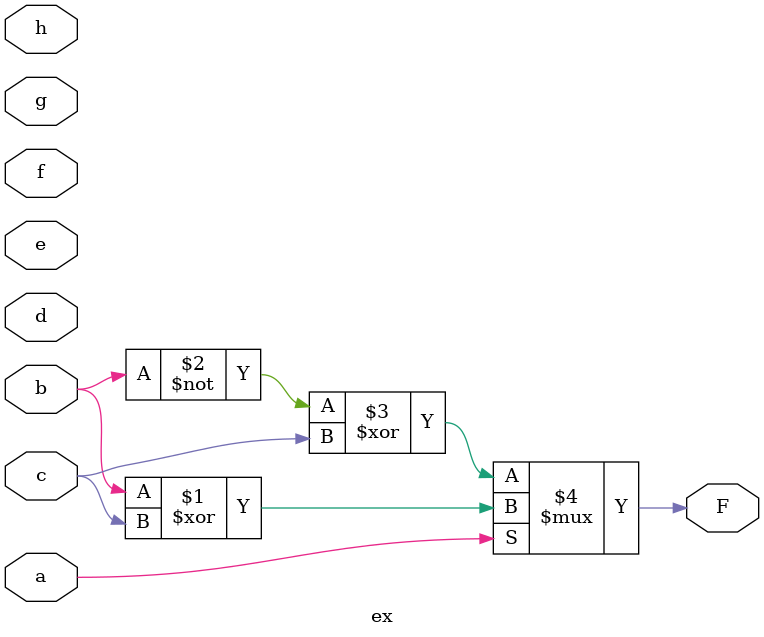
<source format=v>

module ex ( 
    a, b, c, d, e, f, g, h,
    F  );
  input  a, b, c, d, e, f, g, h;
  output F;
  assign F = a ? (b ^ c) : (~b ^ c);
endmodule



</source>
